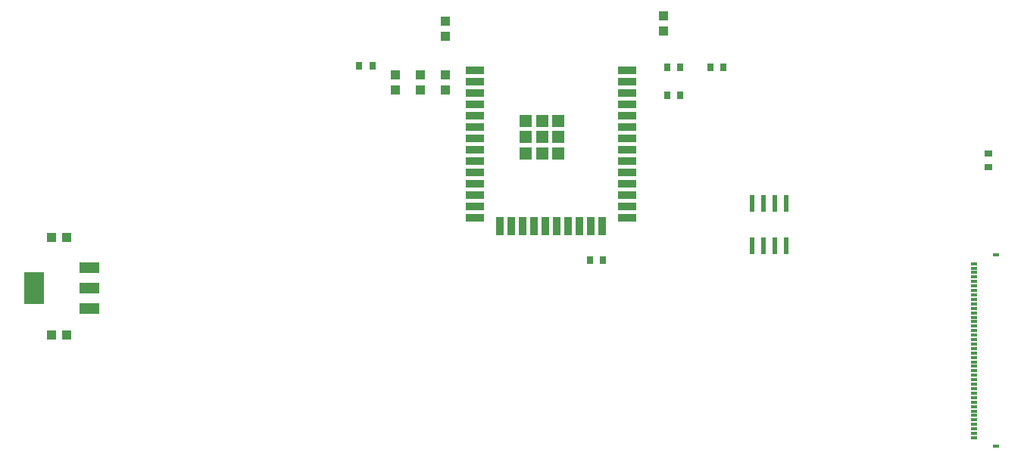
<source format=gtp>
G04*
G04 #@! TF.GenerationSoftware,Altium Limited,Altium Designer,20.1.12 (249)*
G04*
G04 Layer_Color=8421504*
%FSLAX25Y25*%
%MOIN*%
G70*
G04*
G04 #@! TF.SameCoordinates,38D2292D-1979-4519-B741-68206640DF70*
G04*
G04*
G04 #@! TF.FilePolarity,Positive*
G04*
G01*
G75*
%ADD19R,0.03543X0.02756*%
%ADD20R,0.03150X0.01181*%
%ADD21R,0.03150X0.01575*%
%ADD22R,0.02200X0.07800*%
%ADD23R,0.08661X0.14173*%
%ADD24R,0.08800X0.04800*%
%ADD25R,0.03937X0.04331*%
%ADD26R,0.04331X0.03937*%
%ADD27R,0.05236X0.05236*%
%ADD28R,0.07874X0.03543*%
%ADD29R,0.03543X0.07874*%
%ADD30R,0.02756X0.03543*%
D19*
X429500Y198000D02*
D03*
Y203906D02*
D03*
D20*
X423079Y155386D02*
D03*
Y153417D02*
D03*
Y151449D02*
D03*
Y149480D02*
D03*
Y147512D02*
D03*
Y145543D02*
D03*
Y143575D02*
D03*
Y141606D02*
D03*
Y139638D02*
D03*
Y137669D02*
D03*
Y135701D02*
D03*
Y133732D02*
D03*
Y131764D02*
D03*
Y129795D02*
D03*
Y127827D02*
D03*
Y125858D02*
D03*
Y123890D02*
D03*
Y121921D02*
D03*
Y119953D02*
D03*
Y117984D02*
D03*
Y116016D02*
D03*
Y114047D02*
D03*
Y112079D02*
D03*
Y110110D02*
D03*
Y108142D02*
D03*
Y106173D02*
D03*
Y104205D02*
D03*
Y102236D02*
D03*
Y100268D02*
D03*
Y98299D02*
D03*
Y96331D02*
D03*
Y94362D02*
D03*
Y92394D02*
D03*
Y90425D02*
D03*
Y88457D02*
D03*
Y86488D02*
D03*
Y84520D02*
D03*
Y82551D02*
D03*
Y80583D02*
D03*
Y78614D02*
D03*
D21*
X432921Y74874D02*
D03*
Y159126D02*
D03*
D22*
X340500Y163200D02*
D03*
X335500D02*
D03*
X330500D02*
D03*
X325500D02*
D03*
Y181800D02*
D03*
X330500D02*
D03*
X335500D02*
D03*
X340500D02*
D03*
D23*
X9599Y144600D02*
D03*
D24*
X34000Y153700D02*
D03*
Y144600D02*
D03*
Y135500D02*
D03*
D25*
X179500Y238693D02*
D03*
Y232000D02*
D03*
X190500Y238693D02*
D03*
Y232000D02*
D03*
Y255500D02*
D03*
Y262193D02*
D03*
X286500Y264693D02*
D03*
Y258000D02*
D03*
X168500Y238693D02*
D03*
Y232000D02*
D03*
D26*
X24000Y124000D02*
D03*
X17307D02*
D03*
X24000Y167000D02*
D03*
X17307D02*
D03*
D27*
X240287Y203957D02*
D03*
X233063D02*
D03*
X225839D02*
D03*
X240287Y211181D02*
D03*
X233063D02*
D03*
X225839D02*
D03*
X240287Y218406D02*
D03*
X233063D02*
D03*
X225839D02*
D03*
D28*
X270465Y240709D02*
D03*
Y235709D02*
D03*
Y230709D02*
D03*
Y225709D02*
D03*
Y220709D02*
D03*
Y215709D02*
D03*
Y210709D02*
D03*
Y205709D02*
D03*
Y200709D02*
D03*
Y195709D02*
D03*
Y190709D02*
D03*
Y185709D02*
D03*
Y180709D02*
D03*
Y175709D02*
D03*
X203535D02*
D03*
Y180709D02*
D03*
Y185709D02*
D03*
Y190709D02*
D03*
Y195709D02*
D03*
Y200709D02*
D03*
Y205709D02*
D03*
Y210709D02*
D03*
Y215709D02*
D03*
Y220709D02*
D03*
Y225709D02*
D03*
Y230709D02*
D03*
Y235709D02*
D03*
Y240709D02*
D03*
D29*
X259500Y171772D02*
D03*
X254500D02*
D03*
X249500D02*
D03*
X244500D02*
D03*
X239500D02*
D03*
X234500D02*
D03*
X229500D02*
D03*
X224500D02*
D03*
X219500D02*
D03*
X214500D02*
D03*
D30*
X158500Y242500D02*
D03*
X152594D02*
D03*
X313000Y242000D02*
D03*
X307094D02*
D03*
X288094Y229500D02*
D03*
X294000D02*
D03*
X254094Y157000D02*
D03*
X260000D02*
D03*
X288047Y242000D02*
D03*
X293953D02*
D03*
M02*

</source>
